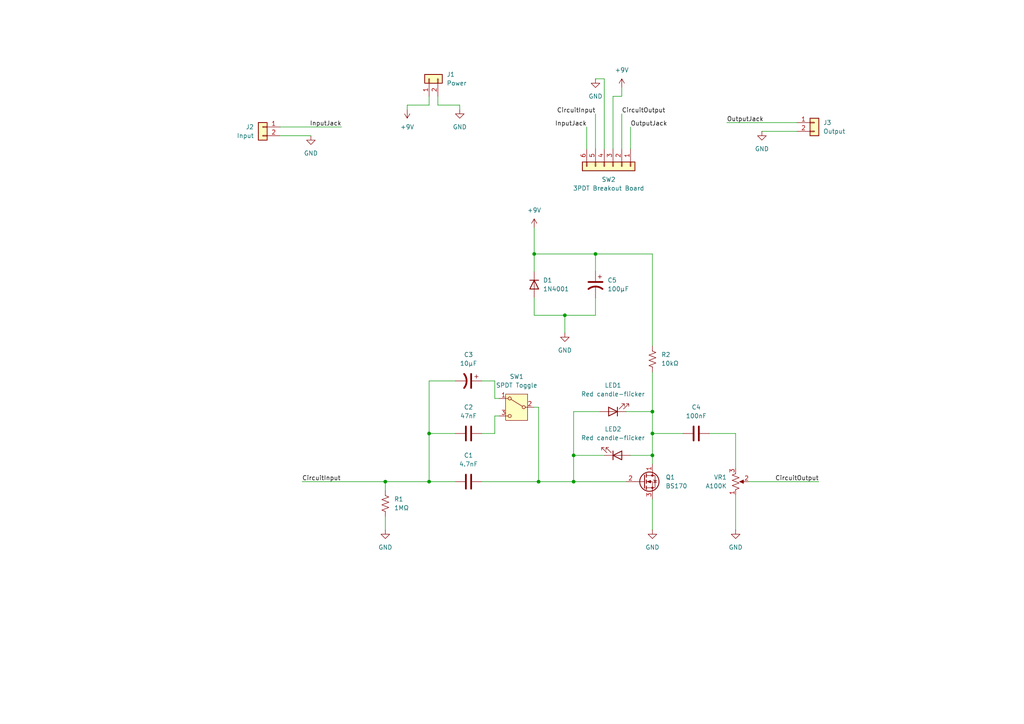
<source format=kicad_sch>
(kicad_sch (version 20250114) (generator "eeschema") (generator_version "9.0")
  (paper "A4")
  (lib_symbols
    (symbol "Connector_Generic:Conn_01x02" (pin_names (offset 1.016) (hide yes))
      (property "Reference" "J" (at 0 2.54 0))
      (property "Value" "Conn_01x02" (at 0 -5.08 0))
      (symbol "Conn_01x02_1_1"
        (rectangle (start -1.27 1.27) (end 1.27 -3.81) (stroke (width 0.254)) (fill (type background)))
        (rectangle (start -1.27 0.127) (end 0 -0.127) (stroke (width 0.1524)))
        (rectangle (start -1.27 -2.413) (end 0 -2.667) (stroke (width 0.1524)))
        (pin passive line (at -5.08 0 0) (length 3.81) (name "Pin_1") (number "1"))
        (pin passive line (at -5.08 -2.54 0) (length 3.81) (name "Pin_2") (number "2"))
      )
    )
    (symbol "Connector_Generic:Conn_01x06" (pin_names (offset 1.016) (hide yes))
      (property "Reference" "J" (at 0 7.62 0))
      (property "Value" "Conn_01x06" (at 0 -10.16 0))
      (symbol "Conn_01x06_1_1"
        (rectangle (start -1.27 6.35) (end 1.27 -8.89) (stroke (width 0.254)) (fill (type background)))
        (rectangle (start -1.27 5.207) (end 0 4.953) (stroke (width 0.1524)))
        (rectangle (start -1.27 2.667) (end 0 2.413) (stroke (width 0.1524)))
        (rectangle (start -1.27 0.127) (end 0 -0.127) (stroke (width 0.1524)))
        (rectangle (start -1.27 -2.413) (end 0 -2.667) (stroke (width 0.1524)))
        (rectangle (start -1.27 -4.953) (end 0 -5.207) (stroke (width 0.1524)))
        (rectangle (start -1.27 -7.493) (end 0 -7.747) (stroke (width 0.1524)))
        (pin passive line (at -5.08 5.08 0) (length 3.81) (name "Pin_1") (number "1"))
        (pin passive line (at -5.08 2.54 0) (length 3.81) (name "Pin_2") (number "2"))
        (pin passive line (at -5.08 0 0) (length 3.81) (name "Pin_3") (number "3"))
        (pin passive line (at -5.08 -2.54 0) (length 3.81) (name "Pin_4") (number "4"))
        (pin passive line (at -5.08 -5.08 0) (length 3.81) (name "Pin_5") (number "5"))
        (pin passive line (at -5.08 -7.62 0) (length 3.81) (name "Pin_6") (number "6"))
      )
    )
    (symbol "Device:C" (pin_numbers (hide yes)) (pin_names (offset 0.254))
      (property "Reference" "C" (at 0.635 2.54 0))
      (property "Value" "C" (at 0.635 -2.54 0))
      (symbol "C_0_1"
        (polyline (pts (xy -2.032 0.762) (xy 2.032 0.762)) (stroke (width 0.508)))
        (polyline (pts (xy -2.032 -0.762) (xy 2.032 -0.762)) (stroke (width 0.508)))
      )
      (symbol "C_1_1"
        (pin passive line (at 0 3.81 270) (length 2.794) (name "~") (number "1"))
        (pin passive line (at 0 -3.81 90) (length 2.794) (name "~") (number "2"))
      )
    )
    (symbol "Device:C_Polarized_US" (pin_numbers (hide yes)) (pin_names (offset 0.254) (hide yes))
      (property "Reference" "C" (at 0.635 2.54 0))
      (property "Value" "C_Polarized_US" (at 0.635 -2.54 0))
      (symbol "C_Polarized_US_0_1"
        (polyline (pts (xy -2.032 0.762) (xy 2.032 0.762)) (stroke (width 0.508)))
        (polyline (pts (xy -1.778 2.286) (xy -0.762 2.286)))
        (polyline (pts (xy -1.27 1.778) (xy -1.27 2.794)))
        (arc (start -2.032 -1.27) (mid 0 -0.5572) (end 2.032 -1.27) (stroke (width 0.508)))
      )
      (symbol "C_Polarized_US_1_1"
        (pin passive line (at 0 3.81 270) (length 2.794) (name "~") (number "1"))
        (pin passive line (at 0 -3.81 90) (length 3.302) (name "~") (number "2"))
      )
    )
    (symbol "Device:LED" (pin_numbers (hide yes)) (pin_names (offset 1.016) (hide yes))
      (property "Reference" "D" (at 0 2.54 0))
      (property "Value" "LED" (at 0 -2.54 0))
      (symbol "LED_0_1"
        (polyline (pts (xy -3.048 -0.762) (xy -4.572 -2.286) (xy -3.81 -2.286) (xy -4.572 -2.286) (xy -4.572 -1.524)))
        (polyline (pts (xy -1.778 -0.762) (xy -3.302 -2.286) (xy -2.54 -2.286) (xy -3.302 -2.286) (xy -3.302 -1.524)))
        (polyline (pts (xy -1.27 0) (xy 1.27 0)))
        (polyline (pts (xy -1.27 -1.27) (xy -1.27 1.27)) (stroke (width 0.254)))
        (polyline (pts (xy 1.27 -1.27) (xy 1.27 1.27) (xy -1.27 0) (xy 1.27 -1.27)) (stroke (width 0.254)))
      )
      (symbol "LED_1_1"
        (pin passive line (at -3.81 0 0) (length 2.54) (name "K") (number "1"))
        (pin passive line (at 3.81 0 180) (length 2.54) (name "A") (number "2"))
      )
    )
    (symbol "Device:R_US" (pin_numbers (hide yes)) (pin_names (offset 0))
      (property "Reference" "R" (at 2.54 0 90))
      (property "Value" "R_US" (at -2.54 0 90))
      (symbol "R_US_0_1"
        (polyline (pts (xy 0 2.286) (xy 0 2.54)))
        (polyline (pts (xy 0 2.286) (xy 1.016 1.905) (xy 0 1.524) (xy -1.016 1.143) (xy 0 0.762)))
        (polyline (pts (xy 0 0.762) (xy 1.016 0.381) (xy 0 0) (xy -1.016 -0.381) (xy 0 -0.762)))
        (polyline (pts (xy 0 -0.762) (xy 1.016 -1.143) (xy 0 -1.524) (xy -1.016 -1.905) (xy 0 -2.286)))
        (polyline (pts (xy 0 -2.286) (xy 0 -2.54)))
      )
      (symbol "R_US_1_1"
        (pin passive line (at 0 3.81 270) (length 1.27) (name "~") (number "1"))
        (pin passive line (at 0 -3.81 90) (length 1.27) (name "~") (number "2"))
      )
    )
    (symbol "Diode:1N4001" (pin_numbers (hide yes)) (pin_names (hide yes))
      (property "Reference" "D" (at 0 2.54 0))
      (property "Value" "1N4001" (at 0 -2.54 0))
      (symbol "1N4001_0_1"
        (polyline (pts (xy -1.27 1.27) (xy -1.27 -1.27)) (stroke (width 0.254)))
        (polyline (pts (xy 1.27 1.27) (xy 1.27 -1.27) (xy -1.27 0) (xy 1.27 1.27)) (stroke (width 0.254)))
        (polyline (pts (xy 1.27 0) (xy -1.27 0)))
      )
      (symbol "1N4001_1_1"
        (pin passive line (at -3.81 0 0) (length 2.54) (name "K") (number "1"))
        (pin passive line (at 3.81 0 180) (length 2.54) (name "A") (number "2"))
      )
    )
    (symbol "Switch:SW_SPDT" (pin_names (offset 0) (hide yes))
      (property "Reference" "SW" (at 0 5.08 0))
      (property "Value" "SW_SPDT" (at 0 -5.08 0))
      (symbol "SW_SPDT_0_1"
        (circle (center -2.032 0) (radius 0.4572))
        (polyline (pts (xy -1.651 0.254) (xy 1.651 2.286)))
        (circle (center 2.032 2.54) (radius 0.4572))
        (circle (center 2.032 -2.54) (radius 0.4572))
      )
      (symbol "SW_SPDT_1_1"
        (rectangle (start -3.175 3.81) (end 3.175 -3.81) (fill (type background)))
        (pin passive line (at -5.08 0 0) (length 2.54) (name "B") (number "2"))
        (pin passive line (at 5.08 2.54 180) (length 2.54) (name "A") (number "1"))
        (pin passive line (at 5.08 -2.54 180) (length 2.54) (name "C") (number "3"))
      )
    )
    (symbol "Transistor_FET:BS170" (pin_names (hide yes))
      (property "Reference" "Q" (at 5.08 1.905 0))
      (property "Value" "BS170" (at 5.08 0 0))
      (symbol "BS170_0_1"
        (polyline (pts (xy 0.254 1.905) (xy 0.254 -1.905)) (stroke (width 0.254)))
        (polyline (pts (xy 0.254 0) (xy -2.54 0)))
        (polyline (pts (xy 0.762 2.286) (xy 0.762 1.27)) (stroke (width 0.254)))
        (polyline (pts (xy 0.762 0.508) (xy 0.762 -0.508)) (stroke (width 0.254)))
        (polyline (pts (xy 0.762 -1.27) (xy 0.762 -2.286)) (stroke (width 0.254)))
        (polyline (pts (xy 0.762 -1.778) (xy 3.302 -1.778) (xy 3.302 1.778) (xy 0.762 1.778)))
        (polyline (pts (xy 1.016 0) (xy 2.032 0.381) (xy 2.032 -0.381) (xy 1.016 0)) (fill (type outline)))
        (circle (center 1.651 0) (radius 2.794) (stroke (width 0.254)))
        (polyline (pts (xy 2.54 2.54) (xy 2.54 1.778)))
        (circle (center 2.54 1.778) (radius 0.254) (fill (type outline)))
        (circle (center 2.54 -1.778) (radius 0.254) (fill (type outline)))
        (polyline (pts (xy 2.54 -2.54) (xy 2.54 0) (xy 0.762 0)))
        (polyline (pts (xy 2.794 0.508) (xy 2.921 0.381) (xy 3.683 0.381) (xy 3.81 0.254)))
        (polyline (pts (xy 3.302 0.381) (xy 2.921 -0.254) (xy 3.683 -0.254) (xy 3.302 0.381)))
      )
      (symbol "BS170_1_1"
        (pin input line (at -5.08 0 0) (length 2.54) (name "G") (number "2"))
        (pin passive line (at 2.54 5.08 270) (length 2.54) (name "D") (number "1"))
        (pin passive line (at 2.54 -5.08 90) (length 2.54) (name "S") (number "3"))
      )
    )
    (symbol "potentiometers:R_Potentiometer_US" (pin_names (offset 1.016) (hide yes))
      (property "Reference" "RV" (at -4.445 0 90))
      (property "Value" "R_Potentiometer_US" (at -2.54 0 90))
      (symbol "R_Potentiometer_US_0_1"
        (polyline (pts (xy 0 2.54) (xy 0 2.286)))
        (polyline (pts (xy 0 2.286) (xy 1.016 1.905) (xy 0 1.524) (xy -1.016 1.143) (xy 0 0.762)))
        (polyline (pts (xy 0 0.762) (xy 1.016 0.381) (xy 0 0) (xy -1.016 -0.381) (xy 0 -0.762)))
        (polyline (pts (xy 0 -0.762) (xy 1.016 -1.143) (xy 0 -1.524) (xy -1.016 -1.905) (xy 0 -2.286)))
        (polyline (pts (xy 0 -2.286) (xy 0 -2.54)))
        (polyline (pts (xy 1.143 0) (xy 2.286 0.508) (xy 2.286 -0.508) (xy 1.143 0)) (fill (type outline)))
        (polyline (pts (xy 2.54 0) (xy 1.524 0)))
      )
      (symbol "R_Potentiometer_US_1_1"
        (pin passive line (at 0 3.81 270) (length 1.27) (name "1") (number "1"))
        (pin passive line (at 0 -3.81 90) (length 1.27) (name "3") (number "3"))
        (pin passive line (at 3.81 0 180) (length 1.27) (name "2") (number "2"))
      )
    )
    (symbol "power:+9V" (power) (pin_numbers (hide yes)) (pin_names (offset 0) (hide yes))
      (property "Value" "+9V" (at 0 3.556 0))
      (symbol "+9V_0_1"
        (polyline (pts (xy -0.762 1.27) (xy 0 2.54)))
        (polyline (pts (xy 0 2.54) (xy 0.762 1.27)))
        (polyline (pts (xy 0 0) (xy 0 2.54)))
      )
      (symbol "+9V_1_1"
        (pin power_in line (at 0 0 90) (length 0) (name "~") (number "1"))
      )
    )
    (symbol "power:GND" (power) (pin_numbers (hide yes)) (pin_names (offset 0) (hide yes))
      (property "Value" "GND" (at 0 -3.81 0))
      (symbol "GND_0_1"
        (polyline (pts (xy 0 0) (xy 0 -1.27) (xy 1.27 -1.27) (xy 0 -2.54) (xy -1.27 -1.27) (xy 0 -1.27)))
      )
      (symbol "GND_1_1"
        (pin power_in line (at 0 0 270) (length 0) (name "~") (number "1"))
      )
    )
  )
  (junction (at 154.94 73.66))
  (junction (at 111.76 139.7))
  (junction (at 172.72 73.66))
  (junction (at 163.83 91.44))
  (junction (at 189.23 132.08))
  (junction (at 189.23 125.73))
  (junction (at 166.37 139.7))
  (junction (at 156.21 139.7))
  (junction (at 189.23 119.38))
  (junction (at 124.46 139.7))
  (junction (at 124.46 125.73))
  (junction (at 166.37 132.08))
  (wire (pts (xy 154.94 86.36) (xy 154.94 91.44)))
  (wire (pts (xy 213.36 143.51) (xy 213.36 153.67)))
  (wire (pts (xy 124.46 139.7) (xy 132.08 139.7)))
  (wire (pts (xy 189.23 73.66) (xy 189.23 100.33)))
  (wire (pts (xy 189.23 132.08) (xy 189.23 134.62)))
  (wire (pts (xy 81.28 39.37) (xy 90.17 39.37)))
  (wire (pts (xy 177.8 27.94) (xy 177.8 43.18)))
  (wire (pts (xy 111.76 149.86) (xy 111.76 153.67)))
  (wire (pts (xy 124.46 30.48) (xy 124.46 27.94)))
  (wire (pts (xy 154.94 73.66) (xy 172.72 73.66)))
  (wire (pts (xy 124.46 110.49) (xy 132.08 110.49)))
  (wire (pts (xy 173.99 119.38) (xy 166.37 119.38)))
  (wire (pts (xy 205.74 125.73) (xy 213.36 125.73)))
  (wire (pts (xy 172.72 73.66) (xy 172.72 78.74)))
  (wire (pts (xy 87.63 139.7) (xy 111.76 139.7)))
  (wire (pts (xy 172.72 33.02) (xy 172.72 43.18)))
  (wire (pts (xy 143.51 110.49) (xy 143.51 115.57)))
  (wire (pts (xy 156.21 118.11) (xy 156.21 139.7)))
  (wire (pts (xy 181.61 119.38) (xy 189.23 119.38)))
  (wire (pts (xy 172.72 91.44) (xy 163.83 91.44)))
  (wire (pts (xy 143.51 115.57) (xy 144.78 115.57)))
  (wire (pts (xy 175.26 132.08) (xy 166.37 132.08)))
  (wire (pts (xy 180.34 27.94) (xy 180.34 25.4)))
  (wire (pts (xy 180.34 33.02) (xy 180.34 43.18)))
  (wire (pts (xy 217.17 139.7) (xy 237.49 139.7)))
  (wire (pts (xy 124.46 125.73) (xy 124.46 139.7)))
  (wire (pts (xy 166.37 139.7) (xy 181.61 139.7)))
  (wire (pts (xy 156.21 139.7) (xy 166.37 139.7)))
  (wire (pts (xy 127 30.48) (xy 127 27.94)))
  (wire (pts (xy 133.35 30.48) (xy 133.35 31.75)))
  (wire (pts (xy 139.7 125.73) (xy 143.51 125.73)))
  (wire (pts (xy 180.34 27.94) (xy 177.8 27.94)))
  (wire (pts (xy 143.51 120.65) (xy 144.78 120.65)))
  (wire (pts (xy 154.94 91.44) (xy 163.83 91.44)))
  (wire (pts (xy 156.21 118.11) (xy 154.94 118.11)))
  (wire (pts (xy 133.35 30.48) (xy 127 30.48)))
  (wire (pts (xy 139.7 139.7) (xy 156.21 139.7)))
  (wire (pts (xy 170.18 36.83) (xy 170.18 43.18)))
  (wire (pts (xy 182.88 132.08) (xy 189.23 132.08)))
  (wire (pts (xy 99.06 36.83) (xy 81.28 36.83)))
  (wire (pts (xy 198.12 125.73) (xy 189.23 125.73)))
  (wire (pts (xy 166.37 132.08) (xy 166.37 139.7)))
  (wire (pts (xy 154.94 73.66) (xy 154.94 78.74)))
  (wire (pts (xy 111.76 139.7) (xy 124.46 139.7)))
  (wire (pts (xy 139.7 110.49) (xy 143.51 110.49)))
  (wire (pts (xy 163.83 91.44) (xy 163.83 96.52)))
  (wire (pts (xy 189.23 125.73) (xy 189.23 132.08)))
  (wire (pts (xy 124.46 110.49) (xy 124.46 125.73)))
  (wire (pts (xy 220.98 38.1) (xy 231.14 38.1)))
  (wire (pts (xy 182.88 36.83) (xy 182.88 43.18)))
  (wire (pts (xy 175.26 43.18) (xy 175.26 22.86)))
  (wire (pts (xy 189.23 144.78) (xy 189.23 153.67)))
  (wire (pts (xy 189.23 73.66) (xy 172.72 73.66)))
  (wire (pts (xy 172.72 86.36) (xy 172.72 91.44)))
  (wire (pts (xy 166.37 119.38) (xy 166.37 132.08)))
  (wire (pts (xy 143.51 125.73) (xy 143.51 120.65)))
  (wire (pts (xy 154.94 66.04) (xy 154.94 73.66)))
  (wire (pts (xy 213.36 125.73) (xy 213.36 135.89)))
  (wire (pts (xy 118.11 30.48) (xy 118.11 31.75)))
  (wire (pts (xy 189.23 107.95) (xy 189.23 119.38)))
  (wire (pts (xy 189.23 119.38) (xy 189.23 125.73)))
  (wire (pts (xy 118.11 30.48) (xy 124.46 30.48)))
  (wire (pts (xy 210.82 35.56) (xy 231.14 35.56)))
  (wire (pts (xy 132.08 125.73) (xy 124.46 125.73)))
  (wire (pts (xy 175.26 22.86) (xy 172.72 22.86)))
  (wire (pts (xy 111.76 139.7) (xy 111.76 142.24)))
  (label "CircuitInput" (at 172.72 33.02 180) (property "CircuitInput" "CircuitInput" (effects (hide yes))))
  (label "OutputJack" (at 182.88 36.83 0) (property "CircuitInput" "CircuitInput" (effects (hide yes))))
  (label "CircuitOutput" (at 237.49 139.7 180) (property "CircuitInput" "CircuitInput" (effects (hide yes))))
  (label "InputJack" (at 170.18 36.83 180) (property "CircuitInput" "CircuitInput" (effects (hide yes))))
  (label "CircuitInput" (at 87.63 139.7 0) (property "CircuitInput" "CircuitInput" (effects (hide yes))))
  (label "InputJack" (at 99.06 36.83 180) (property "CircuitInput" "CircuitInput" (effects (hide yes))))
  (label "CircuitOutput" (at 180.34 33.02 0) (property "CircuitInput" "CircuitInput" (effects (hide yes))))
  (label "OutputJack" (at 210.82 35.56 0) (property "CircuitInput" "CircuitInput" (effects (hide yes))))
  (symbol (lib_id "power:+9V") (at 180.34 25.4 0) (unit 1)
    (property "Reference" "#PWR011" (effects (hide yes)))
    (property "Value" "+9V" (at 180.34 20.32 0))
    (property "Description" "Power symbol creates a global label with name \"+9V\"" (effects (hide yes)))
  )
  (symbol (lib_id "Device:C_Polarized_US") (at 135.89 110.49 270) (unit 1)
    (property "Reference" "C3" (at 135.89 102.87 90))
    (property "Value" "10µF" (at 135.89 105.41 90))
    (property "Description" "Polarized capacitor, US symbol" (effects (hide yes)))
  )
  (symbol (lib_id "power:+9V") (at 154.94 66.04 0) (unit 1)
    (property "Reference" "#PWR04" (effects (hide yes)))
    (property "Value" "+9V" (at 154.94 60.96 0))
    (property "Description" "Power symbol creates a global label with name \"+9V\"" (effects (hide yes)))
  )
  (symbol (lib_id "Device:C") (at 135.89 139.7 90) (unit 1)
    (property "Reference" "C1" (at 135.89 132.08 90))
    (property "Value" "4.7nF" (at 135.89 134.62 90))
    (property "Description" "Unpolarized capacitor" (effects (hide yes)))
  )
  (symbol (lib_id "Device:C") (at 201.93 125.73 90) (unit 1)
    (property "Reference" "C4" (at 201.93 118.11 90))
    (property "Value" "100nF" (at 201.93 120.65 90))
    (property "Description" "Unpolarized capacitor" (effects (hide yes)))
  )
  (symbol (lib_id "Device:R_US") (at 111.76 146.05 0) (unit 1)
    (property "Reference" "R1" (at 114.3 144.7799 0) (effects (justify left)))
    (property "Value" "1MΩ" (at 114.3 147.3199 0) (effects (justify left)))
    (property "Description" "Resistor, US symbol" (effects (hide yes)))
  )
  (symbol (lib_id "power:GND") (at 189.23 153.67 0) (unit 1)
    (property "Reference" "#PWR02" (effects (hide yes)))
    (property "Value" "GND" (at 189.23 158.75 0))
    (property "Description" "Power symbol creates a global label with name \"GND\" , ground" (effects (hide yes)))
  )
  (symbol (lib_id "Transistor_FET:BS170") (at 186.69 139.7 0) (unit 1)
    (property "Reference" "Q1" (at 193.04 138.4299 0) (effects (justify left)))
    (property "Value" "BS170" (at 193.04 140.9699 0) (effects (justify left)))
    (property "Footprint" "Package_TO_SOT_THT:TO-92_Inline" (effects (hide yes)))
    (property "Datasheet" "https://www.onsemi.com/pub/Collateral/BS170-D.PDF" (effects (hide yes)))
    (property "Description" "0.5A Id, 60V Vds, N-Channel MOSFET, TO-92" (effects (hide yes)))
  )
  (symbol (lib_id "power:GND") (at 111.76 153.67 0) (unit 1)
    (property "Reference" "#PWR01" (effects (hide yes)))
    (property "Value" "GND" (at 111.76 158.75 0))
    (property "Description" "Power symbol creates a global label with name \"GND\" , ground" (effects (hide yes)))
  )
  (symbol (lib_id "Switch:SW_SPDT") (at 149.86 118.11 0) (mirror y) (unit 1)
    (property "Reference" "SW1" (at 149.86 109.22 0))
    (property "Value" "SPDT Toggle" (at 149.86 111.76 0))
    (property "Description" "Switch, single pole double throw" (effects (hide yes)))
  )
  (symbol (lib_id "power:GND") (at 133.35 31.75 0) (unit 1)
    (property "Reference" "#PWR07" (effects (hide yes)))
    (property "Value" "GND" (at 133.35 36.83 0))
    (property "Description" "Power symbol creates a global label with name \"GND\" , ground" (effects (hide yes)))
  )
  (symbol (lib_id "power:GND") (at 220.98 38.1 0) (unit 1)
    (property "Reference" "#PWR08" (effects (hide yes)))
    (property "Value" "GND" (at 220.98 43.18 0))
    (property "Description" "Power symbol creates a global label with name \"GND\" , ground" (effects (hide yes)))
  )
  (symbol (lib_id "Connector_Generic:Conn_01x02") (at 124.46 22.86 90) (unit 1)
    (property "Reference" "J1" (at 129.54 21.5899 90) (effects (justify right)))
    (property "Value" "Power" (at 129.54 24.1299 90) (effects (justify right)))
    (property "Description" "Generic connector, single row, 01x02, script generated (kicad-library-utils/schlib/autogen/connector/)" (effects (hide yes)))
  )
  (symbol (lib_id "power:GND") (at 163.83 96.52 0) (unit 1)
    (property "Reference" "#PWR05" (effects (hide yes)))
    (property "Value" "GND" (at 163.83 101.6 0))
    (property "Description" "Power symbol creates a global label with name \"GND\" , ground" (effects (hide yes)))
  )
  (symbol (lib_id "Device:LED") (at 177.8 119.38 180) (unit 1)
    (property "Reference" "LED1" (at 177.8 111.76 0))
    (property "Value" "Red candle-flicker" (at 177.8 114.3 0))
    (property "Description" "Light emitting diode" (effects (hide yes)))
    (property "Sim.Pins" "1=K 2=A" (effects (hide yes)))
  )
  (symbol (lib_id "power:GND") (at 172.72 22.86 0) (unit 1)
    (property "Reference" "#PWR010" (effects (hide yes)))
    (property "Value" "GND" (at 172.72 27.94 0))
    (property "Description" "Power symbol creates a global label with name \"GND\" , ground" (effects (hide yes)))
  )
  (symbol (lib_id "Connector_Generic:Conn_01x02") (at 76.2 36.83 0) (mirror y) (unit 1)
    (property "Reference" "J2" (at 73.66 36.8299 0) (effects (justify left)))
    (property "Value" "Input" (at 73.66 39.3699 0) (effects (justify left)))
    (property "Description" "Generic connector, single row, 01x02, script generated (kicad-library-utils/schlib/autogen/connector/)" (effects (hide yes)))
  )
  (symbol (lib_id "power:+9V") (at 118.11 31.75 0) (mirror x) (unit 1)
    (property "Reference" "#PWR09" (effects (hide yes)))
    (property "Value" "+9V" (at 118.11 36.83 0))
    (property "Description" "Power symbol creates a global label with name \"+9V\"" (effects (hide yes)))
  )
  (symbol (lib_id "potentiometers:R_Potentiometer_US") (at 213.36 139.7 0) (mirror x) (unit 1)
    (property "Reference" "VR1" (at 210.82 138.43 0) (effects (justify right)))
    (property "Value" "A100K" (at 210.82 140.97 0) (effects (justify right)))
    (property "Description" "Potentiometer, US symbol" (effects (hide yes)))
  )
  (symbol (lib_id "Connector_Generic:Conn_01x06") (at 177.8 48.26 270) (unit 1)
    (property "Reference" "SW2" (at 176.53 52.07 90))
    (property "Value" "3PDT Breakout Board" (at 176.53 54.61 90))
    (property "Description" "Generic connector, single row, 01x06, script generated (kicad-library-utils/schlib/autogen/connector/)" (effects (hide yes)))
  )
  (symbol (lib_id "power:GND") (at 90.17 39.37 0) (unit 1)
    (property "Reference" "#PWR06" (effects (hide yes)))
    (property "Value" "GND" (at 90.17 44.45 0))
    (property "Description" "Power symbol creates a global label with name \"GND\" , ground" (effects (hide yes)))
  )
  (symbol (lib_id "Device:R_US") (at 189.23 104.14 0) (unit 1)
    (property "Reference" "R2" (at 191.77 102.8699 0) (effects (justify left)))
    (property "Value" "10kΩ" (at 191.77 105.4099 0) (effects (justify left)))
    (property "Description" "Resistor, US symbol" (effects (hide yes)))
  )
  (symbol (lib_id "Device:C_Polarized_US") (at 172.72 82.55 0) (mirror y) (unit 1)
    (property "Reference" "C5" (at 177.546 81.28 0))
    (property "Value" "100µF" (at 179.324 83.82 0))
    (property "Description" "Polarized capacitor, US symbol" (effects (hide yes)))
  )
  (symbol (lib_id "Device:LED") (at 179.07 132.08 0) (mirror x) (unit 1)
    (property "Reference" "LED2" (at 177.8 124.46 0))
    (property "Value" "Red candle-flicker" (at 177.8 127 0))
    (property "Description" "Light emitting diode" (effects (hide yes)))
    (property "Sim.Pins" "1=K 2=A" (effects (hide yes)))
  )
  (symbol (lib_id "Device:C") (at 135.89 125.73 90) (unit 1)
    (property "Reference" "C2" (at 135.89 118.11 90))
    (property "Value" "47nF" (at 135.89 120.65 90))
    (property "Description" "Unpolarized capacitor" (effects (hide yes)))
  )
  (symbol (lib_id "Diode:1N4001") (at 154.94 82.55 270) (unit 1)
    (property "Reference" "D1" (at 157.48 81.2799 90) (effects (justify left)))
    (property "Value" "1N4001" (at 157.48 83.8199 90) (effects (justify left)))
    (property "Footprint" "Diode_THT:D_DO-41_SOD81_P10.16mm_Horizontal" (effects (hide yes)))
    (property "Datasheet" "http://www.vishay.com/docs/88503/1n4001.pdf" (effects (hide yes)))
    (property "Description" "50V 1A General Purpose Rectifier Diode, DO-41" (effects (hide yes)))
    (property "Sim.Device" "D" (effects (hide yes)))
    (property "Sim.Pins" "1=K 2=A" (effects (hide yes)))
  )
  (symbol (lib_id "power:GND") (at 213.36 153.67 0) (unit 1)
    (property "Reference" "#PWR03" (effects (hide yes)))
    (property "Value" "GND" (at 213.36 158.75 0))
    (property "Description" "Power symbol creates a global label with name \"GND\" , ground" (effects (hide yes)))
  )
  (symbol (lib_id "Connector_Generic:Conn_01x02") (at 236.22 35.56 0) (unit 1)
    (property "Reference" "J3" (at 238.76 35.5599 0) (effects (justify left)))
    (property "Value" "Output" (at 238.76 38.0999 0) (effects (justify left)))
    (property "Description" "Generic connector, single row, 01x02, script generated (kicad-library-utils/schlib/autogen/connector/)" (effects (hide yes)))
  )
)
</source>
